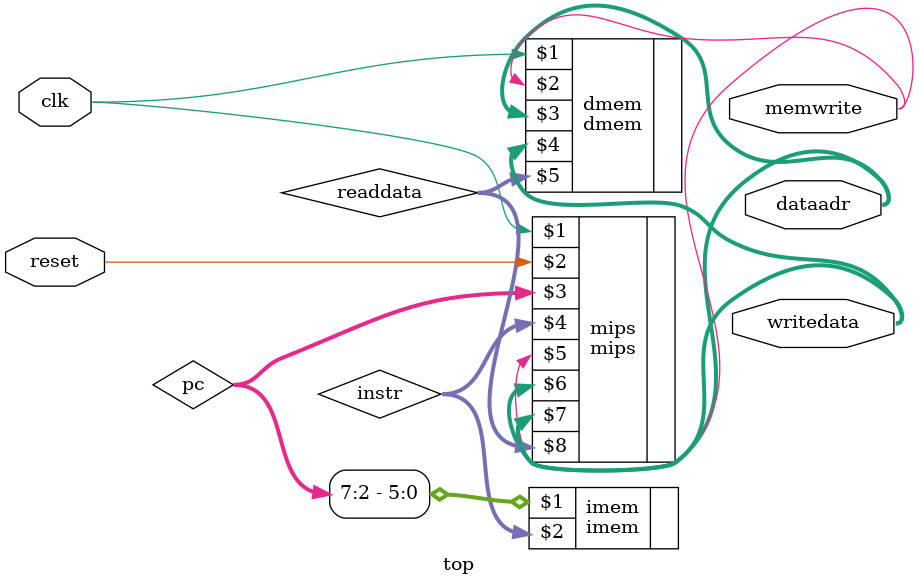
<source format=v>
module top (input clk, reset,output [31:0] writedata, dataadr,output memwrite);

//Declare wires for path of control
wire [31:0] pc, instr, readdata;

// Start the MIPS processor and memory paths 
mips mips(clk, reset, pc, instr, memwrite, dataadr,writedata, readdata);

//goto read RAM 
imem imem(pc[7:2], instr);

//goto write RAM
dmem dmem(clk, memwrite, dataadr, writedata,readdata);

endmodule
</source>
